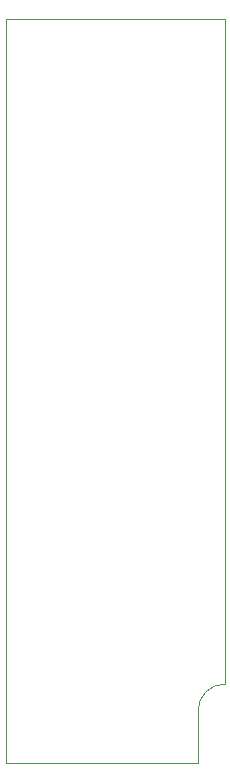
<source format=gm1>
G04 #@! TF.GenerationSoftware,KiCad,Pcbnew,(6.0.10)*
G04 #@! TF.CreationDate,2023-01-05T11:17:19+01:00*
G04 #@! TF.ProjectId,PIC_Interface,5049435f-496e-4746-9572-666163652e6b,rev?*
G04 #@! TF.SameCoordinates,Original*
G04 #@! TF.FileFunction,Profile,NP*
%FSLAX46Y46*%
G04 Gerber Fmt 4.6, Leading zero omitted, Abs format (unit mm)*
G04 Created by KiCad (PCBNEW (6.0.10)) date 2023-01-05 11:17:19*
%MOMM*%
%LPD*%
G01*
G04 APERTURE LIST*
G04 #@! TA.AperFunction,Profile*
%ADD10C,0.100000*%
G04 #@! TD*
G04 APERTURE END LIST*
D10*
X150000000Y-123840990D02*
X150000000Y-128250000D01*
X152250000Y-121590990D02*
G75*
G03*
X150000000Y-123840990I0J-2250000D01*
G01*
X133750000Y-128250000D02*
X150000000Y-128250000D01*
X133750000Y-65250000D02*
X133750000Y-128250000D01*
X152250000Y-121590990D02*
X152250000Y-65250000D01*
X152250000Y-65250000D02*
X133750000Y-65250000D01*
M02*

</source>
